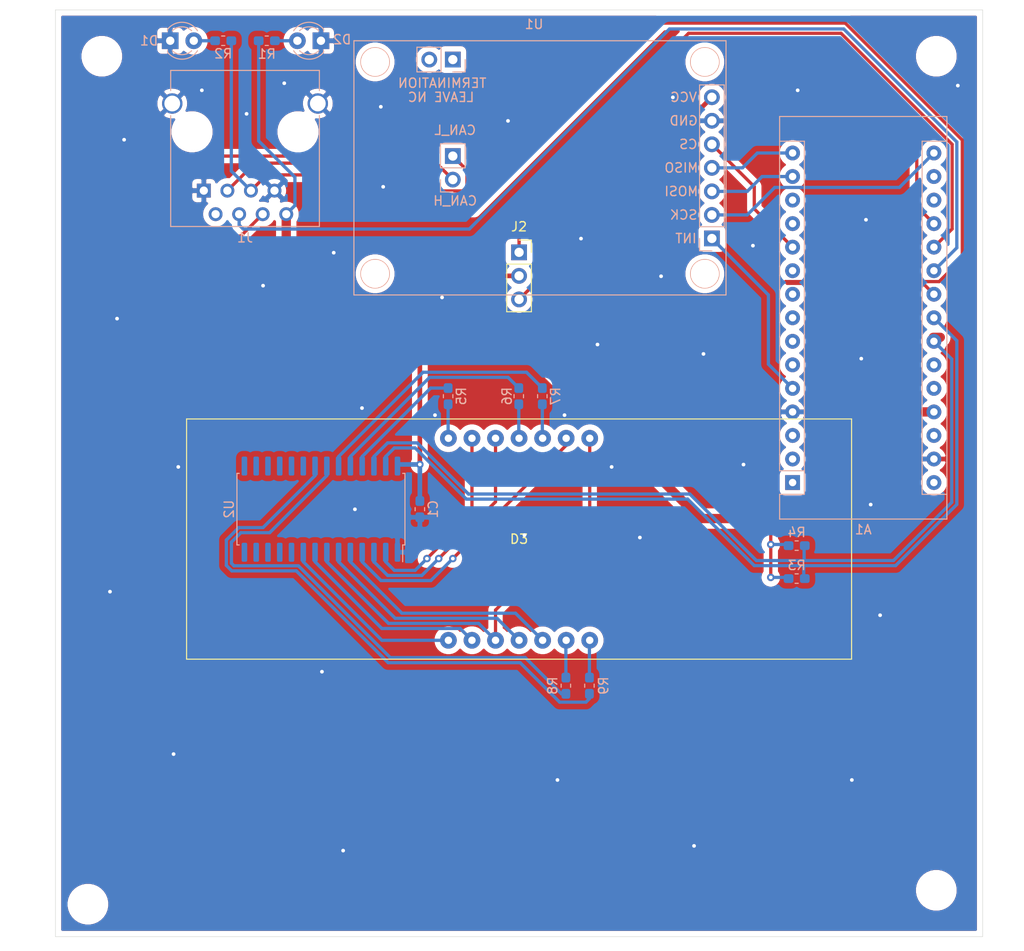
<source format=kicad_pcb>
(kicad_pcb (version 20171130) (host pcbnew "(5.1.5)-3")
  (layers (0 F.Cu signal) (31 B.Cu signal) (34 B.Paste user) (35 F.Paste user) (36 B.SilkS user) (37 F.SilkS user) (38 B.Mask user) (39 F.Mask user) (44 Edge.Cuts user))
  (net 0 "")
  (net 1 "Net-(D1-Pad2)")
  (net 2 "Net-(J1-Pad3)")
  (net 3 SCK)
  (net 4 MISO)
  (net 5 "Net-(A1-Pad30)")
  (net 6 MOSI)
  (net 7 GND)
  (net 8 D10)
  (net 9 "Net-(A1-Pad28)")
  (net 10 D9)
  (net 11 VCC)
  (net 12 "Net-(A1-Pad11)")
  (net 13 A7)
  (net 14 D7)
  (net 15 A6)
  (net 16 D6)
  (net 17 A5_SCL)
  (net 18 D5)
  (net 19 A4_SDA)
  (net 20 D4)
  (net 21 MODULE_ENABLE)
  (net 22 D3)
  (net 23 MODULE_READY)
  (net 24 "Net-(A1-Pad5)")
  (net 25 A1)
  (net 26 A0)
  (net 27 "Net-(A1-Pad3)")
  (net 28 "Net-(A1-Pad18)")
  (net 29 "Net-(A1-Pad2)")
  (net 30 "Net-(A1-Pad17)")
  (net 31 "Net-(A1-Pad1)")
  (net 32 "Net-(J1-Pad6)")
  (net 33 +12V)
  (net 34 "Net-(R5-Pad2)")
  (net 35 "Net-(R6-Pad2)")
  (net 36 "Net-(R7-Pad2)")
  (net 37 "Net-(R8-Pad2)")
  (net 38 "Net-(R9-Pad2)")
  (net 39 "Net-(U1-PadJ1_1)")
  (net 40 "Net-(U1-PadJ1_2)")
  (net 41 "Net-(U2-Pad20)")
  (net 42 "Net-(U2-Pad19)")
  (net 43 "Net-(U2-Pad18)")
  (net 44 "Net-(U2-Pad17)")
  (net 45 "Net-(U2-Pad16)")
  (net 46 "Net-(U2-Pad15)")
  (net 47 "Net-(U2-Pad14)")
  (net 48 "Net-(U2-Pad13)")
  (net 49 "Net-(U2-Pad12)")
  (net 50 "Net-(U2-Pad11)")
  (net 51 "Net-(U2-Pad10)")
  (net 52 "Net-(D2-Pad2)")
  (net 53 "Net-(D3-Pad7)")
  (net 54 "Net-(D3-Pad3)")
  (net 55 "Net-(D3-Pad6)")
  (net 56 "Net-(D3-Pad9)")
  (net 57 "Net-(D3-Pad5)")
  (net 58 "Net-(D3-Pad10)")
  (net 59 "Net-(D3-Pad4)")
  (net 60 "Net-(D3-Pad11)")
  (net 61 "Net-(D3-Pad12)")
  (net 62 "Net-(D3-Pad2)")
  (net 63 "Net-(D3-Pad13)")
  (net 64 "Net-(D3-Pad1)")
  (net 65 "Net-(D3-Pad14)")
  (module ProjectDisplays:8402BS (layer F.Cu) (at 100 107.1)
    (fp_text reference D3 (at 0 0) (layer F.SilkS))
    (fp_text value 8402BS)
    (fp_line (start -35.86 12.96) (end -35.86 -12.96) (layer F.SilkS) (width 0.12))
    (fp_line (start -35.86 -12.96) (end 35.86 -12.96) (layer F.SilkS) (width 0.12))
    (fp_line (start 35.86 -12.96) (end 35.86 12.96) (layer F.SilkS) (width 0.12))
    (fp_line (start -35.86 12.96) (end 35.86 12.96) (layer F.SilkS) (width 0.12))
    (pad 7 thru_hole circle (at 7.62 10.922 90) (size 1.8 1.8) (drill 0.8) (layers *.Cu *.Mask) (net 53 "Net-(D3-Pad7)"))
    (pad 8 thru_hole circle (at 7.62 -10.878 90) (size 1.8 1.8) (drill 0.8) (layers *.Cu *.Mask) (net 54 "Net-(D3-Pad3)"))
    (pad 6 thru_hole circle (at 5.08 10.922 90) (size 1.8 1.8) (drill 0.8) (layers *.Cu *.Mask) (net 55 "Net-(D3-Pad6)"))
    (pad 9 thru_hole circle (at 5.08 -10.878 90) (size 1.8 1.8) (drill 0.8) (layers *.Cu *.Mask) (net 56 "Net-(D3-Pad9)"))
    (pad 5 thru_hole circle (at 2.54 10.922 90) (size 1.8 1.8) (drill 0.8) (layers *.Cu *.Mask) (net 57 "Net-(D3-Pad5)"))
    (pad 10 thru_hole circle (at 2.54 -10.878 90) (size 1.8 1.8) (drill 0.8) (layers *.Cu *.Mask) (net 58 "Net-(D3-Pad10)"))
    (pad 4 thru_hole circle (at 0 10.922 90) (size 1.8 1.8) (drill 0.8) (layers *.Cu *.Mask) (net 59 "Net-(D3-Pad4)"))
    (pad 11 thru_hole circle (at 0 -10.878 90) (size 1.8 1.8) (drill 0.8) (layers *.Cu *.Mask) (net 60 "Net-(D3-Pad11)"))
    (pad 3 thru_hole circle (at -2.54 10.922 90) (size 1.8 1.8) (drill 0.8) (layers *.Cu *.Mask) (net 54 "Net-(D3-Pad3)"))
    (pad 12 thru_hole circle (at -2.54 -10.878 90) (size 1.8 1.8) (drill 0.8) (layers *.Cu *.Mask) (net 61 "Net-(D3-Pad12)"))
    (pad 2 thru_hole circle (at -5.08 10.922 90) (size 1.8 1.8) (drill 0.8) (layers *.Cu *.Mask) (net 62 "Net-(D3-Pad2)"))
    (pad 13 thru_hole circle (at -5.08 -10.878 90) (size 1.8 1.8) (drill 0.8) (layers *.Cu *.Mask) (net 63 "Net-(D3-Pad13)"))
    (pad 1 thru_hole circle (at -7.62 10.922 90) (size 1.8 1.8) (drill 0.8) (layers *.Cu *.Mask Eco1.User) (net 64 "Net-(D3-Pad1)"))
    (pad 14 thru_hole circle (at -7.62 -10.878 90) (size 1.8 1.8) (drill 0.8) (layers *.Cu *.Mask) (net 65 "Net-(D3-Pad14)"))
  )
  (module WAVGAT_CAN:WAVGAT_CAN (layer B.Cu) (at 112.16 50.278 180)
    (fp_text reference U1 (at 10.541 -1.27) (layer B.SilkS) (effects (justify mirror)))
    (fp_text value WAVGAT_CAN)
    (fp_line (start -10.16 -30.48) (end -10.16 -3.048) (layer B.SilkS) (width 0.12))
    (fp_line (start 29.972 -30.48) (end -10.16 -30.48) (layer B.SilkS) (width 0.12))
    (fp_line (start 29.972 -3.048) (end 29.972 -30.48) (layer B.SilkS) (width 0.12))
    (fp_line (start -10.16 -3.048) (end 29.972 -3.048) (layer B.SilkS) (width 0.12))
    (fp_line (start 23.174 -6.41) (end 23.174 -3.75) (layer B.SilkS) (width 0.12))
    (fp_line (start 19.304 -6.41) (end 17.974 -6.41) (layer B.SilkS) (width 0.12))
    (fp_line (start 20.574 -6.41) (end 20.574 -3.75) (layer B.SilkS) (width 0.12))
    (fp_line (start 20.574 -3.75) (end 23.174 -3.75) (layer B.SilkS) (width 0.12))
    (fp_line (start 17.974 -6.41) (end 17.974 -5.08) (layer B.SilkS) (width 0.12))
    (fp_line (start 20.574 -6.41) (end 23.174 -6.41) (layer B.SilkS) (width 0.12))
    (fp_line (start 20.634 -14.164) (end 17.974 -14.164) (layer B.SilkS) (width 0.12))
    (fp_line (start 20.634 -18.034) (end 20.634 -19.364) (layer B.SilkS) (width 0.12))
    (fp_line (start 20.634 -16.764) (end 17.974 -16.764) (layer B.SilkS) (width 0.12))
    (fp_line (start 17.974 -16.764) (end 17.974 -14.164) (layer B.SilkS) (width 0.12))
    (fp_line (start 20.634 -19.364) (end 19.304 -19.364) (layer B.SilkS) (width 0.12))
    (fp_line (start 20.634 -16.764) (end 20.634 -14.164) (layer B.SilkS) (width 0.12))
    (fp_line (start -7.306 -24.384) (end -7.306 -25.714) (layer B.SilkS) (width 0.12))
    (fp_line (start -7.306 -25.714) (end -8.636 -25.714) (layer B.SilkS) (width 0.12))
    (fp_line (start -7.306 -7.814) (end -9.966 -7.814) (layer B.SilkS) (width 0.12))
    (fp_line (start -7.306 -23.114) (end -7.306 -7.814) (layer B.SilkS) (width 0.12))
    (fp_line (start -9.966 -23.114) (end -9.966 -7.814) (layer B.SilkS) (width 0.12))
    (fp_line (start -7.306 -23.114) (end -9.966 -23.114) (layer B.SilkS) (width 0.12))
    (fp_circle (center 27.686 -5.334) (end 27.686 -6.858) (layer B.SilkS) (width 0.15))
    (fp_circle (center 27.686 -28.194) (end 29.21 -28.194) (layer B.SilkS) (width 0.15))
    (fp_circle (center -7.874 -28.194) (end -9.398 -28.194) (layer B.SilkS) (width 0.15))
    (fp_circle (center -7.874 -5.334) (end -9.398 -5.334) (layer B.SilkS) (width 0.15))
    (fp_text user "LEAVE NC" (at 20.574 -9.144) (layer B.SilkS) (effects (justify mirror)))
    (fp_text user INT (at -5.842 -24.384) (layer B.SilkS) (effects (justify mirror)))
    (fp_text user SCK (at -5.588 -21.844) (layer B.SilkS) (effects (justify mirror)))
    (fp_text user MOSI (at -5.334 -19.304) (layer B.SilkS) (effects (justify mirror)))
    (fp_text user MISO (at -5.334 -16.764) (layer B.SilkS) (effects (justify mirror)))
    (fp_text user CS (at -6.096 -14.224) (layer B.SilkS) (effects (justify mirror)))
    (fp_text user GND (at -5.588 -11.684) (layer B.SilkS) (effects (justify mirror)))
    (fp_text user VCC (at -5.588 -9.144) (layer B.SilkS) (effects (justify mirror)))
    (fp_text user CAN_L (at 19.05 -12.7) (layer B.SilkS) (effects (justify mirror)))
    (fp_text user CAN_H (at 19.05 -20.32) (layer B.SilkS) (effects (justify mirror)))
    (fp_text user TERMINATION (at 20.447 -7.62) (layer B.SilkS) (effects (justify mirror)))
    (pad "" np_thru_hole circle (at -7.874 -28.194 180) (size 3 3) (drill 3) (layers *.Cu *.Mask))
    (pad "" np_thru_hole circle (at 27.686 -5.334 180) (size 3 3) (drill 3) (layers *.Cu *.Mask))
    (pad "" np_thru_hole circle (at 27.686 -28.194 180) (size 3 3) (drill 3) (layers *.Cu *.Mask))
    (pad "" np_thru_hole circle (at -7.874 -5.334 180) (size 3 3) (drill 3) (layers *.Cu *.Mask))
    (pad J1_1 thru_hole rect (at 19.304 -5.08 90) (size 1.7 1.7) (drill 1) (layers *.Cu *.Mask) (net 39 "Net-(U1-PadJ1_1)"))
    (pad J1_2 thru_hole oval (at 21.844 -5.08 90) (size 1.7 1.7) (drill 1) (layers *.Cu *.Mask) (net 40 "Net-(U1-PadJ1_2)"))
    (pad J3_2 thru_hole oval (at 19.304 -18.034) (size 1.7 1.7) (drill 1) (layers *.Cu *.Mask) (net 32 "Net-(J1-Pad6)"))
    (pad J3_1 thru_hole rect (at 19.304 -15.494) (size 1.7 1.7) (drill 1) (layers *.Cu *.Mask) (net 2 "Net-(J1-Pad3)"))
    (pad J4_2 thru_hole oval (at -8.636 -21.844) (size 1.7 1.7) (drill 1) (layers *.Cu *.Mask) (net 3 SCK))
    (pad J4_3 thru_hole oval (at -8.636 -19.304) (size 1.7 1.7) (drill 1) (layers *.Cu *.Mask) (net 6 MOSI))
    (pad J4_4 thru_hole oval (at -8.636 -16.764) (size 1.7 1.7) (drill 1) (layers *.Cu *.Mask) (net 4 MISO))
    (pad J4_5 thru_hole oval (at -8.636 -14.224) (size 1.7 1.7) (drill 1) (layers *.Cu *.Mask) (net 12 "Net-(A1-Pad11)"))
    (pad J4_7 thru_hole oval (at -8.636 -9.144) (size 1.7 1.7) (drill 1) (layers *.Cu *.Mask) (net 11 VCC))
    (pad J4_1 thru_hole rect (at -8.636 -24.384) (size 1.7 1.7) (drill 1) (layers *.Cu *.Mask) (net 24 "Net-(A1-Pad5)"))
    (pad J4_6 thru_hole oval (at -8.636 -11.684) (size 1.7 1.7) (drill 1) (layers *.Cu *.Mask) (net 7 GND))
  )
  (module LED_THT:LED_D3.0mm (layer B.Cu) (at 78.632 53.326 180)
    (fp_text reference D2 (at -2.286 0.127) (layer B.SilkS) (effects (justify mirror)))
    (fp_text value LED_Small)
    (fp_line (start -0.29 -1.08) (end -0.29 -1.236) (layer B.SilkS) (width 0.12))
    (fp_line (start -0.29 1.236) (end -0.29 1.08) (layer B.SilkS) (width 0.12))
    (fp_arc (start 1.27 0) (end 0.229039 -1.08) (angle 87.9) (layer B.SilkS) (width 0.12))
    (fp_arc (start 1.27 0) (end 0.229039 1.08) (angle -87.9) (layer B.SilkS) (width 0.12))
    (fp_arc (start 1.27 0) (end -0.29 -1.235516) (angle 108.8) (layer B.SilkS) (width 0.12))
    (fp_arc (start 1.27 0) (end -0.29 1.235516) (angle -108.8) (layer B.SilkS) (width 0.12))
    (pad 2 thru_hole circle (at 2.54 0 180) (size 1.8 1.8) (drill 0.9) (layers *.Cu *.Mask) (net 52 "Net-(D2-Pad2)"))
    (pad 1 thru_hole rect (at 0 0 180) (size 1.8 1.8) (drill 0.9) (layers *.Cu *.Mask) (net 7 GND))
  )
  (module LED_THT:LED_D3.0mm (layer B.Cu) (at 62.376 53.326)
    (fp_text reference D1 (at -2.286 0) (layer B.SilkS) (effects (justify mirror)))
    (fp_text value LED_Small)
    (fp_line (start -0.29 -1.08) (end -0.29 -1.236) (layer B.SilkS) (width 0.12))
    (fp_line (start -0.29 1.236) (end -0.29 1.08) (layer B.SilkS) (width 0.12))
    (fp_arc (start 1.27 0) (end 0.229039 -1.08) (angle 87.9) (layer B.SilkS) (width 0.12))
    (fp_arc (start 1.27 0) (end 0.229039 1.08) (angle -87.9) (layer B.SilkS) (width 0.12))
    (fp_arc (start 1.27 0) (end -0.29 -1.235516) (angle 108.8) (layer B.SilkS) (width 0.12))
    (fp_arc (start 1.27 0) (end -0.29 1.235516) (angle -108.8) (layer B.SilkS) (width 0.12))
    (pad 2 thru_hole circle (at 2.54 0) (size 1.8 1.8) (drill 0.9) (layers *.Cu *.Mask) (net 1 "Net-(D1-Pad2)"))
    (pad 1 thru_hole rect (at 0 0) (size 1.8 1.8) (drill 0.9) (layers *.Cu *.Mask) (net 7 GND))
  )
  (module RJ45_5224:RJ45_5224 (layer B.Cu) (at 66 69.5)
    (fp_text reference J1 (at 4.445 5.08) (layer B.SilkS) (effects (justify mirror)))
    (fp_text value RJ45_Shielded)
    (fp_line (start 12.465 -12.97) (end 12.465 -10.795) (layer B.SilkS) (width 0.12))
    (fp_line (start -3.575 -12.97) (end -3.575 -10.795) (layer B.SilkS) (width 0.12))
    (fp_line (start -3.575 -8.1) (end -3.575 3.87) (layer B.SilkS) (width 0.12))
    (fp_line (start -3.575 -12.97) (end 12.465 -12.97) (layer B.SilkS) (width 0.12))
    (fp_line (start 12.465 3.87) (end 12.465 -8.1) (layer B.SilkS) (width 0.12))
    (fp_line (start -3.575 3.87) (end 12.465 3.87) (layer B.SilkS) (width 0.12))
    (pad 1 thru_hole rect (at 0 0) (size 1.5 1.5) (drill 0.89) (layers *.Cu *.Mask) (net 7 GND))
    (pad 3 thru_hole circle (at 2.54 0) (size 1.5 1.5) (drill 0.89) (layers *.Cu *.Mask) (net 2 "Net-(J1-Pad3)"))
    (pad 5 thru_hole circle (at 5.08 0) (size 1.5 1.5) (drill 0.89) (layers *.Cu *.Mask) (net 21 MODULE_ENABLE))
    (pad 7 thru_hole circle (at 7.62 0) (size 1.5 1.5) (drill 0.89) (layers *.Cu *.Mask) (net 7 GND))
    (pad 2 thru_hole circle (at 1.27 2.54) (size 1.5 1.5) (drill 0.89) (layers *.Cu *.Mask) (net 33 +12V))
    (pad 4 thru_hole circle (at 3.81 2.54) (size 1.5 1.5) (drill 0.89) (layers *.Cu *.Mask) (net 23 MODULE_READY))
    (pad 6 thru_hole circle (at 6.35 2.54) (size 1.5 1.5) (drill 0.89) (layers *.Cu *.Mask) (net 32 "Net-(J1-Pad6)"))
    (pad 8 thru_hole circle (at 8.89 2.54) (size 1.5 1.5) (drill 0.89) (layers *.Cu *.Mask) (net 11 VCC))
    (pad "" np_thru_hole circle (at -1.27 -6.35) (size 3.25 3.25) (drill 3.25) (layers *.Cu *.Mask))
    (pad "" np_thru_hole circle (at 10.16 -6.35) (size 3.25 3.25) (drill 3.25) (layers *.Cu *.Mask))
    (pad SH thru_hole circle (at 12.295 -9.4) (size 2.2 2.2) (drill 1.7) (layers *.Cu *.Mask) (net 7 GND))
    (pad SH thru_hole circle (at -3.405 -9.4) (size 2.2 2.2) (drill 1.7) (layers *.Cu *.Mask) (net 7 GND))
  )
  (module MountingHole:MountingHole_3.2mm_M3 (layer F.Cu) (at 55 55)
    (fp_text reference REF** hide)
    (fp_text value MountingHole_3.2mm_M3)
    (pad 1 np_thru_hole circle (at 0 0) (size 3.2 3.2) (drill 3.2) (layers *.Cu *.Mask))
  )
  (module MountingHole:MountingHole_3.2mm_M3 (layer F.Cu) (at 145 55)
    (fp_text reference REF** hide)
    (fp_text value MountingHole_3.2mm_M3)
    (pad 1 np_thru_hole circle (at 0 0) (size 3.2 3.2) (drill 3.2) (layers *.Cu *.Mask))
  )
  (module MountingHole:MountingHole_3.2mm_M3 (layer F.Cu) (at 145 145)
    (fp_text reference REF** hide)
    (fp_text value MountingHole_3.2mm_M3)
    (pad 1 np_thru_hole circle (at 0 0) (size 3.2 3.2) (drill 3.2) (layers *.Cu *.Mask))
  )
  (module MountingHole:MountingHole_3.2mm_M3 (layer F.Cu) (at 53.5 146.5)
    (fp_text reference REF** hide)
    (fp_text value MountingHole_3.2mm_M3)
    (pad 1 np_thru_hole circle (at 0 0) (size 3.2 3.2) (drill 3.2) (layers *.Cu *.Mask))
  )
  (module Resistor_SMD:R_0603_1608Metric_Pad1.05x0.95mm_HandSolder (layer B.Cu) (at 107.588 122.922 270)
    (fp_text reference R9 (at 0 -1.524 270) (layer B.SilkS) (effects (justify mirror)))
    (fp_text value 100)
    (fp_line (start -0.171267 -0.51) (end 0.171267 -0.51) (layer B.SilkS) (width 0.12))
    (fp_line (start -0.171267 0.51) (end 0.171267 0.51) (layer B.SilkS) (width 0.12))
    (pad 2 smd roundrect (at 0.875 0 270) (size 1.05 0.95) (layers B.Cu B.Paste B.Mask) (net 38 "Net-(R9-Pad2)"))
    (pad 1 smd roundrect (at -0.875 0 270) (size 1.05 0.95) (layers B.Cu B.Paste B.Mask) (net 53 "Net-(D3-Pad7)"))
  )
  (module Package_SO:SOIC-28W_7.5x17.9mm_P1.27mm (layer B.Cu) (at 78.632 103.872 90)
    (fp_text reference U2 (at 0 -9.906 270) (layer B.SilkS) (effects (justify mirror)))
    (fp_text value HT16K33)
    (fp_line (start -3.86 8.815) (end -5.675 8.815) (layer B.SilkS) (width 0.12))
    (fp_line (start -3.86 9.06) (end -3.86 8.815) (layer B.SilkS) (width 0.12))
    (fp_line (start 0 9.06) (end -3.86 9.06) (layer B.SilkS) (width 0.12))
    (fp_line (start 3.86 9.06) (end 3.86 8.815) (layer B.SilkS) (width 0.12))
    (fp_line (start 0 9.06) (end 3.86 9.06) (layer B.SilkS) (width 0.12))
    (fp_line (start -3.86 -9.06) (end -3.86 -8.815) (layer B.SilkS) (width 0.12))
    (fp_line (start 0 -9.06) (end -3.86 -9.06) (layer B.SilkS) (width 0.12))
    (fp_line (start 3.86 -9.06) (end 3.86 -8.815) (layer B.SilkS) (width 0.12))
    (fp_line (start 0 -9.06) (end 3.86 -9.06) (layer B.SilkS) (width 0.12))
    (pad 28 smd roundrect (at 4.65 8.255 90) (size 2.05 0.6) (layers B.Cu B.Paste B.Mask) (net 11 VCC))
    (pad 27 smd roundrect (at 4.65 6.985 90) (size 2.05 0.6) (layers B.Cu B.Paste B.Mask) (net 19 A4_SDA))
    (pad 26 smd roundrect (at 4.65 5.715 90) (size 2.05 0.6) (layers B.Cu B.Paste B.Mask) (net 17 A5_SCL))
    (pad 25 smd roundrect (at 4.65 4.445 90) (size 2.05 0.6) (layers B.Cu B.Paste B.Mask) (net 34 "Net-(R5-Pad2)"))
    (pad 24 smd roundrect (at 4.65 3.175 90) (size 2.05 0.6) (layers B.Cu B.Paste B.Mask) (net 35 "Net-(R6-Pad2)"))
    (pad 23 smd roundrect (at 4.65 1.905 90) (size 2.05 0.6) (layers B.Cu B.Paste B.Mask) (net 36 "Net-(R7-Pad2)"))
    (pad 22 smd roundrect (at 4.65 0.635 90) (size 2.05 0.6) (layers B.Cu B.Paste B.Mask) (net 37 "Net-(R8-Pad2)"))
    (pad 21 smd roundrect (at 4.65 -0.635 90) (size 2.05 0.6) (layers B.Cu B.Paste B.Mask) (net 38 "Net-(R9-Pad2)"))
    (pad 20 smd roundrect (at 4.65 -1.905 90) (size 2.05 0.6) (layers B.Cu B.Paste B.Mask) (net 41 "Net-(U2-Pad20)"))
    (pad 19 smd roundrect (at 4.65 -3.175 90) (size 2.05 0.6) (layers B.Cu B.Paste B.Mask) (net 42 "Net-(U2-Pad19)"))
    (pad 18 smd roundrect (at 4.65 -4.445 90) (size 2.05 0.6) (layers B.Cu B.Paste B.Mask) (net 43 "Net-(U2-Pad18)"))
    (pad 17 smd roundrect (at 4.65 -5.715 90) (size 2.05 0.6) (layers B.Cu B.Paste B.Mask) (net 44 "Net-(U2-Pad17)"))
    (pad 16 smd roundrect (at 4.65 -6.985 90) (size 2.05 0.6) (layers B.Cu B.Paste B.Mask) (net 45 "Net-(U2-Pad16)"))
    (pad 15 smd roundrect (at 4.65 -8.255 90) (size 2.05 0.6) (layers B.Cu B.Paste B.Mask) (net 46 "Net-(U2-Pad15)"))
    (pad 14 smd roundrect (at -4.65 -8.255 90) (size 2.05 0.6) (layers B.Cu B.Paste B.Mask) (net 47 "Net-(U2-Pad14)"))
    (pad 13 smd roundrect (at -4.65 -6.985 90) (size 2.05 0.6) (layers B.Cu B.Paste B.Mask) (net 48 "Net-(U2-Pad13)"))
    (pad 12 smd roundrect (at -4.65 -5.715 90) (size 2.05 0.6) (layers B.Cu B.Paste B.Mask) (net 49 "Net-(U2-Pad12)"))
    (pad 11 smd roundrect (at -4.65 -4.445 90) (size 2.05 0.6) (layers B.Cu B.Paste B.Mask) (net 50 "Net-(U2-Pad11)"))
    (pad 10 smd roundrect (at -4.65 -3.175 90) (size 2.05 0.6) (layers B.Cu B.Paste B.Mask) (net 51 "Net-(U2-Pad10)"))
    (pad 9 smd roundrect (at -4.65 -1.905 90) (size 2.05 0.6) (layers B.Cu B.Paste B.Mask) (net 64 "Net-(D3-Pad1)"))
    (pad 8 smd roundrect (at -4.65 -0.635 90) (size 2.05 0.6) (layers B.Cu B.Paste B.Mask) (net 62 "Net-(D3-Pad2)"))
    (pad 7 smd roundrect (at -4.65 0.635 90) (size 2.05 0.6) (layers B.Cu B.Paste B.Mask) (net 54 "Net-(D3-Pad3)"))
    (pad 6 smd roundrect (at -4.65 1.905 90) (size 2.05 0.6) (layers B.Cu B.Paste B.Mask) (net 59 "Net-(D3-Pad4)"))
    (pad 5 smd roundrect (at -4.65 3.175 90) (size 2.05 0.6) (layers B.Cu B.Paste B.Mask) (net 57 "Net-(D3-Pad5)"))
    (pad 4 smd roundrect (at -4.65 4.445 90) (size 2.05 0.6) (layers B.Cu B.Paste B.Mask) (net 56 "Net-(D3-Pad9)"))
    (pad 3 smd roundrect (at -4.65 5.715 90) (size 2.05 0.6) (layers B.Cu B.Paste B.Mask) (net 61 "Net-(D3-Pad12)"))
    (pad 2 smd roundrect (at -4.65 6.985 90) (size 2.05 0.6) (layers B.Cu B.Paste B.Mask) (net 63 "Net-(D3-Pad13)"))
    (pad 1 smd roundrect (at -4.65 8.255 90) (size 2.05 0.6) (layers B.Cu B.Paste B.Mask) (net 7 GND))
  )
  (module Resistor_SMD:R_0603_1608Metric_Pad1.05x0.95mm_HandSolder (layer B.Cu) (at 105.048 122.922 270)
    (fp_text reference R8 (at 0 1.43 270) (layer B.SilkS) (effects (justify mirror)))
    (fp_text value 100)
    (fp_line (start -0.171267 -0.51) (end 0.171267 -0.51) (layer B.SilkS) (width 0.12))
    (fp_line (start -0.171267 0.51) (end 0.171267 0.51) (layer B.SilkS) (width 0.12))
    (pad 2 smd roundrect (at 0.875 0 270) (size 1.05 0.95) (layers B.Cu B.Paste B.Mask) (net 37 "Net-(R8-Pad2)"))
    (pad 1 smd roundrect (at -0.875 0 270) (size 1.05 0.95) (layers B.Cu B.Paste B.Mask) (net 55 "Net-(D3-Pad6)"))
  )
  (module Resistor_SMD:R_0603_1608Metric_Pad1.05x0.95mm_HandSolder (layer B.Cu) (at 102.508 91.68 90)
    (fp_text reference R7 (at 0 1.43 270) (layer B.SilkS) (effects (justify mirror)))
    (fp_text value 100)
    (fp_line (start -0.171267 -0.51) (end 0.171267 -0.51) (layer B.SilkS) (width 0.12))
    (fp_line (start -0.171267 0.51) (end 0.171267 0.51) (layer B.SilkS) (width 0.12))
    (pad 2 smd roundrect (at 0.875 0 90) (size 1.05 0.95) (layers B.Cu B.Paste B.Mask) (net 36 "Net-(R7-Pad2)"))
    (pad 1 smd roundrect (at -0.875 0 90) (size 1.05 0.95) (layers B.Cu B.Paste B.Mask) (net 58 "Net-(D3-Pad10)"))
  )
  (module Resistor_SMD:R_0603_1608Metric_Pad1.05x0.95mm_HandSolder (layer B.Cu) (at 99.968 91.68 90)
    (fp_text reference R6 (at 0 -1.27 270) (layer B.SilkS) (effects (justify mirror)))
    (fp_text value 100)
    (fp_line (start -0.171267 -0.51) (end 0.171267 -0.51) (layer B.SilkS) (width 0.12))
    (fp_line (start -0.171267 0.51) (end 0.171267 0.51) (layer B.SilkS) (width 0.12))
    (pad 2 smd roundrect (at 0.875 0 90) (size 1.05 0.95) (layers B.Cu B.Paste B.Mask) (net 35 "Net-(R6-Pad2)"))
    (pad 1 smd roundrect (at -0.875 0 90) (size 1.05 0.95) (layers B.Cu B.Paste B.Mask) (net 60 "Net-(D3-Pad11)"))
  )
  (module Resistor_SMD:R_0603_1608Metric_Pad1.05x0.95mm_HandSolder (layer B.Cu) (at 92.348 91.68 90)
    (fp_text reference R5 (at 0 1.43 270) (layer B.SilkS) (effects (justify mirror)))
    (fp_text value 100)
    (fp_line (start -0.171267 -0.51) (end 0.171267 -0.51) (layer B.SilkS) (width 0.12))
    (fp_line (start -0.171267 0.51) (end 0.171267 0.51) (layer B.SilkS) (width 0.12))
    (pad 2 smd roundrect (at 0.875 0 90) (size 1.05 0.95) (layers B.Cu B.Paste B.Mask) (net 34 "Net-(R5-Pad2)"))
    (pad 1 smd roundrect (at -0.875 0 90) (size 1.05 0.95) (layers B.Cu B.Paste B.Mask) (net 65 "Net-(D3-Pad14)"))
  )
  (module Resistor_SMD:R_0603_1608Metric_Pad1.05x0.95mm_HandSolder (layer B.Cu) (at 129.94 107.808 180)
    (fp_text reference R4 (at 0 1.43) (layer B.SilkS) (effects (justify mirror)))
    (fp_text value 4K7)
    (fp_line (start -0.171267 -0.51) (end 0.171267 -0.51) (layer B.SilkS) (width 0.12))
    (fp_line (start -0.171267 0.51) (end 0.171267 0.51) (layer B.SilkS) (width 0.12))
    (pad 2 smd roundrect (at 0.875 0 180) (size 1.05 0.95) (layers B.Cu B.Paste B.Mask) (net 11 VCC))
    (pad 1 smd roundrect (at -0.875 0 180) (size 1.05 0.95) (layers B.Cu B.Paste B.Mask) (net 17 A5_SCL))
  )
  (module Resistor_SMD:R_0603_1608Metric_Pad1.05x0.95mm_HandSolder (layer B.Cu) (at 129.94 111.364 180)
    (fp_text reference R3 (at 0 1.43) (layer B.SilkS) (effects (justify mirror)))
    (fp_text value 4K7)
    (fp_line (start -0.171267 -0.51) (end 0.171267 -0.51) (layer B.SilkS) (width 0.12))
    (fp_line (start -0.171267 0.51) (end 0.171267 0.51) (layer B.SilkS) (width 0.12))
    (pad 2 smd roundrect (at 0.875 0 180) (size 1.05 0.95) (layers B.Cu B.Paste B.Mask) (net 11 VCC))
    (pad 1 smd roundrect (at -0.875 0 180) (size 1.05 0.95) (layers B.Cu B.Paste B.Mask) (net 19 A4_SDA))
  )
  (module Resistor_SMD:R_0603_1608Metric_Pad1.05x0.95mm_HandSolder (layer B.Cu) (at 68.091 53.326)
    (fp_text reference R2 (at 0 1.397) (layer B.SilkS) (effects (justify mirror)))
    (fp_text value 560R)
    (fp_line (start -0.171267 -0.51) (end 0.171267 -0.51) (layer B.SilkS) (width 0.12))
    (fp_line (start -0.171267 0.51) (end 0.171267 0.51) (layer B.SilkS) (width 0.12))
    (pad 2 smd roundrect (at 0.875 0) (size 1.05 0.95) (layers B.Cu B.Paste B.Mask) (net 21 MODULE_ENABLE))
    (pad 1 smd roundrect (at -0.875 0) (size 1.05 0.95) (layers B.Cu B.Paste B.Mask) (net 1 "Net-(D1-Pad2)"))
  )
  (module Resistor_SMD:R_0603_1608Metric_Pad1.05x0.95mm_HandSolder (layer B.Cu) (at 72.79 53.326)
    (fp_text reference R1 (at 0 1.43 180) (layer B.SilkS) (effects (justify mirror)))
    (fp_text value 560R)
    (fp_line (start -0.171267 -0.51) (end 0.171267 -0.51) (layer B.SilkS) (width 0.12))
    (fp_line (start -0.171267 0.51) (end 0.171267 0.51) (layer B.SilkS) (width 0.12))
    (pad 2 smd roundrect (at 0.875 0) (size 1.05 0.95) (layers B.Cu B.Paste B.Mask) (net 52 "Net-(D2-Pad2)"))
    (pad 1 smd roundrect (at -0.875 0) (size 1.05 0.95) (layers B.Cu B.Paste B.Mask) (net 11 VCC))
  )
  (module Connector_PinSocket_2.54mm:PinSocket_1x03_P2.54mm_Vertical (layer F.Cu) (at 100 76.16)
    (fp_text reference J2 (at 0 -2.77) (layer F.SilkS))
    (fp_text value Conn_01x03_Female)
    (fp_line (start 0 -1.33) (end 1.33 -1.33) (layer F.SilkS) (width 0.12))
    (fp_line (start 1.33 -1.33) (end 1.33 0) (layer F.SilkS) (width 0.12))
    (fp_line (start 1.33 1.27) (end 1.33 6.41) (layer F.SilkS) (width 0.12))
    (fp_line (start -1.33 6.41) (end 1.33 6.41) (layer F.SilkS) (width 0.12))
    (fp_line (start -1.33 1.27) (end -1.33 6.41) (layer F.SilkS) (width 0.12))
    (fp_line (start -1.33 1.27) (end 1.33 1.27) (layer F.SilkS) (width 0.12))
    (pad 3 thru_hole oval (at 0 5.08) (size 1.7 1.7) (drill 1) (layers *.Cu *.Mask) (net 26 A0))
    (pad 2 thru_hole oval (at 0 2.54) (size 1.7 1.7) (drill 1) (layers *.Cu *.Mask) (net 11 VCC))
    (pad 1 thru_hole rect (at 0 0) (size 1.7 1.7) (drill 1) (layers *.Cu *.Mask) (net 25 A1))
  )
  (module Capacitor_SMD:C_0603_1608Metric_Pad1.05x0.95mm_HandSolder (layer B.Cu) (at 89.3 103.872 90)
    (fp_text reference C1 (at 0 1.43 270) (layer B.SilkS) (effects (justify mirror)))
    (fp_text value 0.1uF)
    (fp_line (start -0.171267 -0.51) (end 0.171267 -0.51) (layer B.SilkS) (width 0.12))
    (fp_line (start -0.171267 0.51) (end 0.171267 0.51) (layer B.SilkS) (width 0.12))
    (pad 2 smd roundrect (at 0.875 0 90) (size 1.05 0.95) (layers B.Cu B.Paste B.Mask) (net 11 VCC))
    (pad 1 smd roundrect (at -0.875 0 90) (size 1.05 0.95) (layers B.Cu B.Paste B.Mask) (net 7 GND))
  )
  (module Module:Arduino_Nano (layer B.Cu) (at 129.5 101)
    (fp_text reference A1 (at 7.62 5.08) (layer B.SilkS) (effects (justify mirror)))
    (fp_text value Arduino_Nano_v3.x)
    (fp_line (start 16.64 3.94) (end -1.4 3.94) (layer B.SilkS) (width 0.12))
    (fp_line (start 16.64 -39.5) (end 16.64 3.94) (layer B.SilkS) (width 0.12))
    (fp_line (start -1.4 -39.5) (end 16.64 -39.5) (layer B.SilkS) (width 0.12))
    (fp_line (start 1.27 -36.83) (end -1.4 -36.83) (layer B.SilkS) (width 0.12))
    (fp_line (start 1.27 -1.27) (end 1.27 -36.83) (layer B.SilkS) (width 0.12))
    (fp_line (start 1.27 -1.27) (end -1.4 -1.27) (layer B.SilkS) (width 0.12))
    (fp_line (start 13.97 -36.83) (end 16.64 -36.83) (layer B.SilkS) (width 0.12))
    (fp_line (start 13.97 1.27) (end 13.97 -36.83) (layer B.SilkS) (width 0.12))
    (fp_line (start 13.97 1.27) (end 16.64 1.27) (layer B.SilkS) (width 0.12))
    (fp_line (start -1.4 3.94) (end -1.4 1.27) (layer B.SilkS) (width 0.12))
    (fp_line (start -1.4 -1.27) (end -1.4 -39.5) (layer B.SilkS) (width 0.12))
    (fp_line (start 1.27 1.27) (end -1.4 1.27) (layer B.SilkS) (width 0.12))
    (fp_line (start 1.27 -1.27) (end 1.27 1.27) (layer B.SilkS) (width 0.12))
    (pad 16 thru_hole oval (at 15.24 -35.56) (size 1.6 1.6) (drill 0.8) (layers *.Cu *.Mask) (net 3 SCK))
    (pad 15 thru_hole oval (at 0 -35.56) (size 1.6 1.6) (drill 0.8) (layers *.Cu *.Mask) (net 4 MISO))
    (pad 30 thru_hole oval (at 15.24 0) (size 1.6 1.6) (drill 0.8) (layers *.Cu *.Mask) (net 5 "Net-(A1-Pad30)"))
    (pad 14 thru_hole oval (at 0 -33.02) (size 1.6 1.6) (drill 0.8) (layers *.Cu *.Mask) (net 6 MOSI))
    (pad 29 thru_hole oval (at 15.24 -2.54) (size 1.6 1.6) (drill 0.8) (layers *.Cu *.Mask) (net 7 GND))
    (pad 13 thru_hole oval (at 0 -30.48) (size 1.6 1.6) (drill 0.8) (layers *.Cu *.Mask) (net 8 D10))
    (pad 28 thru_hole oval (at 15.24 -5.08) (size 1.6 1.6) (drill 0.8) (layers *.Cu *.Mask) (net 9 "Net-(A1-Pad28)"))
    (pad 12 thru_hole oval (at 0 -27.94) (size 1.6 1.6) (drill 0.8) (layers *.Cu *.Mask) (net 10 D9))
    (pad 27 thru_hole oval (at 15.24 -7.62) (size 1.6 1.6) (drill 0.8) (layers *.Cu *.Mask) (net 11 VCC))
    (pad 11 thru_hole oval (at 0 -25.4) (size 1.6 1.6) (drill 0.8) (layers *.Cu *.Mask) (net 12 "Net-(A1-Pad11)"))
    (pad 26 thru_hole oval (at 15.24 -10.16) (size 1.6 1.6) (drill 0.8) (layers *.Cu *.Mask) (net 13 A7))
    (pad 10 thru_hole oval (at 0 -22.86) (size 1.6 1.6) (drill 0.8) (layers *.Cu *.Mask) (net 14 D7))
    (pad 25 thru_hole oval (at 15.24 -12.7) (size 1.6 1.6) (drill 0.8) (layers *.Cu *.Mask) (net 15 A6))
    (pad 9 thru_hole oval (at 0 -20.32) (size 1.6 1.6) (drill 0.8) (layers *.Cu *.Mask) (net 16 D6))
    (pad 24 thru_hole oval (at 15.24 -15.24) (size 1.6 1.6) (drill 0.8) (layers *.Cu *.Mask) (net 17 A5_SCL))
    (pad 8 thru_hole oval (at 0 -17.78) (size 1.6 1.6) (drill 0.8) (layers *.Cu *.Mask) (net 18 D5))
    (pad 23 thru_hole oval (at 15.24 -17.78) (size 1.6 1.6) (drill 0.8) (layers *.Cu *.Mask) (net 19 A4_SDA))
    (pad 7 thru_hole oval (at 0 -15.24) (size 1.6 1.6) (drill 0.8) (layers *.Cu *.Mask) (net 20 D4))
    (pad 22 thru_hole oval (at 15.24 -20.32) (size 1.6 1.6) (drill 0.8) (layers *.Cu *.Mask) (net 21 MODULE_ENABLE))
    (pad 6 thru_hole oval (at 0 -12.7) (size 1.6 1.6) (drill 0.8) (layers *.Cu *.Mask) (net 22 D3))
    (pad 21 thru_hole oval (at 15.24 -22.86) (size 1.6 1.6) (drill 0.8) (layers *.Cu *.Mask) (net 23 MODULE_READY))
    (pad 5 thru_hole oval (at 0 -10.16) (size 1.6 1.6) (drill 0.8) (layers *.Cu *.Mask) (net 24 "Net-(A1-Pad5)"))
    (pad 20 thru_hole oval (at 15.24 -25.4) (size 1.6 1.6) (drill 0.8) (layers *.Cu *.Mask) (net 25 A1))
    (pad 4 thru_hole oval (at 0 -7.62) (size 1.6 1.6) (drill 0.8) (layers *.Cu *.Mask) (net 7 GND))
    (pad 19 thru_hole oval (at 15.24 -27.94) (size 1.6 1.6) (drill 0.8) (layers *.Cu *.Mask) (net 26 A0))
    (pad 3 thru_hole oval (at 0 -5.08) (size 1.6 1.6) (drill 0.8) (layers *.Cu *.Mask) (net 27 "Net-(A1-Pad3)"))
    (pad 18 thru_hole oval (at 15.24 -30.48) (size 1.6 1.6) (drill 0.8) (layers *.Cu *.Mask) (net 28 "Net-(A1-Pad18)"))
    (pad 2 thru_hole oval (at 0 -2.54) (size 1.6 1.6) (drill 0.8) (layers *.Cu *.Mask) (net 29 "Net-(A1-Pad2)"))
    (pad 17 thru_hole oval (at 15.24 -33.02) (size 1.6 1.6) (drill 0.8) (layers *.Cu *.Mask) (net 30 "Net-(A1-Pad17)"))
    (pad 1 thru_hole rect (at 0 0) (size 1.6 1.6) (drill 0.8) (layers *.Cu *.Mask) (net 31 "Net-(A1-Pad1)"))
  )
  (gr_line (start 50 150) (end 50 50) (layer Edge.Cuts) (width 0.05))
  (gr_line (start 150 150) (end 50 150) (layer Edge.Cuts) (width 0.05))
  (gr_line (start 150 50) (end 150 150) (layer Edge.Cuts) (width 0.05))
  (gr_line (start 50 50) (end 150 50) (layer Edge.Cuts) (width 0.05))
  (segment (start 64.916 53.326) (end 67.216 53.326) (width 0.35) (layer B.Cu) (net 1))
  (segment (start 68.54 69.5) (end 71.506 66.534) (width 0.35) (layer F.Cu) (net 2))
  (segment (start 71.506 66.534) (end 88.538 66.534) (width 0.35) (layer F.Cu) (net 2))
  (segment (start 91.541001 69.537001) (end 93.916999 69.537001) (width 0.35) (layer F.Cu) (net 2))
  (segment (start 88.538 66.534) (end 91.541001 69.537001) (width 0.35) (layer F.Cu) (net 2))
  (segment (start 93.916999 69.537001) (end 94.38 69.074) (width 0.35) (layer F.Cu) (net 2))
  (segment (start 94.38 67.296) (end 92.856 65.772) (width 0.35) (layer F.Cu) (net 2))
  (segment (start 94.38 69.074) (end 94.38 67.296) (width 0.35) (layer F.Cu) (net 2))
  (segment (start 120.796 72.122) (end 124.606 72.122) (width 0.35) (layer B.Cu) (net 3))
  (segment (start 141.024999 69.155001) (end 144.74 65.44) (width 0.35) (layer B.Cu) (net 3))
  (segment (start 127.572999 69.155001) (end 141.024999 69.155001) (width 0.35) (layer B.Cu) (net 3))
  (segment (start 124.606 72.122) (end 127.572999 69.155001) (width 0.35) (layer B.Cu) (net 3))
  (segment (start 120.796 67.042) (end 124.098 67.042) (width 0.35) (layer B.Cu) (net 4))
  (segment (start 125.7 65.44) (end 129.5 65.44) (width 0.35) (layer B.Cu) (net 4))
  (segment (start 124.098 67.042) (end 125.7 65.44) (width 0.35) (layer B.Cu) (net 4))
  (segment (start 120.796 69.582) (end 124.606 69.582) (width 0.35) (layer B.Cu) (net 6))
  (segment (start 126.208 67.98) (end 129.5 67.98) (width 0.35) (layer B.Cu) (net 6))
  (segment (start 124.606 69.582) (end 126.208 67.98) (width 0.35) (layer B.Cu) (net 6))
  (via (at 70.612 61.214) (size 0.8) (drill 0.4) (layers F.Cu B.Cu) (net 7))
  (via (at 65.786 58.674) (size 0.8) (drill 0.4) (layers F.Cu B.Cu) (net 7))
  (via (at 74.676 57.912) (size 0.8) (drill 0.4) (layers F.Cu B.Cu) (net 7))
  (via (at 85.344 69.088) (size 0.8) (drill 0.4) (layers F.Cu B.Cu) (net 7))
  (via (at 98.806 61.976) (size 0.8) (drill 0.4) (layers F.Cu B.Cu) (net 7))
  (via (at 85.09 60.452) (size 0.8) (drill 0.4) (layers F.Cu B.Cu) (net 7))
  (via (at 116.586 59.436) (size 0.8) (drill 0.4) (layers F.Cu B.Cu) (net 7))
  (via (at 106.68 74.676) (size 0.8) (drill 0.4) (layers F.Cu B.Cu) (net 7))
  (via (at 91.694 81.026) (size 0.8) (drill 0.4) (layers F.Cu B.Cu) (net 7))
  (via (at 80.01 76.2) (size 0.8) (drill 0.4) (layers F.Cu B.Cu) (net 7))
  (via (at 72.39 79.756) (size 0.8) (drill 0.4) (layers F.Cu B.Cu) (net 7))
  (via (at 83.058 92.964) (size 0.8) (drill 0.4) (layers F.Cu B.Cu) (net 7))
  (via (at 100.584 106.68) (size 0.8) (drill 0.4) (layers F.Cu B.Cu) (net 7))
  (via (at 109.982 99.314) (size 0.8) (drill 0.4) (layers F.Cu B.Cu) (net 7))
  (via (at 113.03 106.934) (size 0.8) (drill 0.4) (layers F.Cu B.Cu) (net 7))
  (via (at 136.906 87.63) (size 0.8) (drill 0.4) (layers F.Cu B.Cu) (net 7))
  (via (at 137.414 72.644) (size 0.8) (drill 0.4) (layers F.Cu B.Cu) (net 7))
  (via (at 130.048 58.674) (size 0.8) (drill 0.4) (layers F.Cu B.Cu) (net 7))
  (via (at 119.888 87.122) (size 0.8) (drill 0.4) (layers F.Cu B.Cu) (net 7))
  (via (at 108.458 86.106) (size 0.8) (drill 0.4) (layers F.Cu B.Cu) (net 7))
  (via (at 115.316 78.74) (size 0.8) (drill 0.4) (layers F.Cu B.Cu) (net 7))
  (via (at 124.206 99.06) (size 0.8) (drill 0.4) (layers F.Cu B.Cu) (net 7))
  (via (at 138.938 115.316) (size 0.8) (drill 0.4) (layers F.Cu B.Cu) (net 7))
  (via (at 135.89 133.096) (size 0.8) (drill 0.4) (layers F.Cu B.Cu) (net 7))
  (via (at 118.872 140.208) (size 0.8) (drill 0.4) (layers F.Cu B.Cu) (net 7))
  (via (at 104.14 133.096) (size 0.8) (drill 0.4) (layers F.Cu B.Cu) (net 7))
  (via (at 81.026 140.716) (size 0.8) (drill 0.4) (layers F.Cu B.Cu) (net 7))
  (via (at 62.738 130.302) (size 0.8) (drill 0.4) (layers F.Cu B.Cu) (net 7))
  (via (at 55.88 112.776) (size 0.8) (drill 0.4) (layers F.Cu B.Cu) (net 7))
  (via (at 63.246 99.314) (size 0.8) (drill 0.4) (layers F.Cu B.Cu) (net 7))
  (via (at 56.642 83.312) (size 0.8) (drill 0.4) (layers F.Cu B.Cu) (net 7))
  (via (at 82.296 103.886) (size 0.8) (drill 0.4) (layers F.Cu B.Cu) (net 7))
  (via (at 137.922 103.378) (size 0.8) (drill 0.4) (layers F.Cu B.Cu) (net 7))
  (via (at 90.932 93.726) (size 0.8) (drill 0.4) (layers F.Cu B.Cu) (net 7))
  (via (at 104.902 93.726) (size 0.8) (drill 0.4) (layers F.Cu B.Cu) (net 7))
  (via (at 57.404 64.008) (size 0.8) (drill 0.4) (layers F.Cu B.Cu) (net 7))
  (via (at 125.222 75.438) (size 0.8) (drill 0.4) (layers F.Cu B.Cu) (net 7))
  (via (at 147.32 58.166) (size 0.8) (drill 0.4) (layers F.Cu B.Cu) (net 7))
  (via (at 78.74 121.412) (size 0.8) (drill 0.4) (layers F.Cu B.Cu) (net 7))
  (segment (start 120.796 59.422) (end 117.24 62.978) (width 0.5) (layer F.Cu) (net 11))
  (segment (start 117.24 70.598) (end 101.238 86.6) (width 0.5) (layer F.Cu) (net 11))
  (segment (start 117.24 62.978) (end 117.24 70.598) (width 0.5) (layer F.Cu) (net 11))
  (via (at 127.146 111.238) (size 0.8) (drill 0.4) (layers F.Cu B.Cu) (net 11))
  (segment (start 128.939 111.238) (end 129.065 111.364) (width 0.35) (layer B.Cu) (net 11))
  (segment (start 127.146 111.238) (end 128.939 111.238) (width 0.35) (layer B.Cu) (net 11))
  (segment (start 127.146 107.682) (end 127.146 111.238) (width 0.35) (layer F.Cu) (net 11))
  (via (at 127.146 107.682) (size 0.8) (drill 0.4) (layers F.Cu B.Cu) (net 11))
  (segment (start 128.939 107.682) (end 129.065 107.808) (width 0.35) (layer B.Cu) (net 11))
  (segment (start 127.146 107.682) (end 128.939 107.682) (width 0.35) (layer B.Cu) (net 11))
  (segment (start 142.21 93.38) (end 144.74 93.38) (width 1) (layer F.Cu) (net 11))
  (segment (start 130.702 104.888) (end 142.21 93.38) (width 1) (layer F.Cu) (net 11))
  (segment (start 101.238 86.6) (end 119.526 104.888) (width 1) (layer F.Cu) (net 11))
  (segment (start 127.146 107.682) (end 127.146 104.888) (width 0.35) (layer F.Cu) (net 11))
  (segment (start 119.526 104.888) (end 127.146 104.888) (width 1) (layer F.Cu) (net 11))
  (segment (start 127.146 104.888) (end 130.702 104.888) (width 1) (layer F.Cu) (net 11))
  (via (at 89.3 99.046) (size 0.8) (drill 0.4) (layers F.Cu B.Cu) (net 11))
  (segment (start 87.063 99.046) (end 86.887 99.222) (width 0.5) (layer B.Cu) (net 11))
  (segment (start 89.3 99.046) (end 87.063 99.046) (width 0.5) (layer B.Cu) (net 11))
  (segment (start 89.3 102.997) (end 89.3 99.046) (width 0.5) (layer B.Cu) (net 11))
  (segment (start 74.89 76.508) (end 74.89 72.04) (width 1) (layer F.Cu) (net 11))
  (segment (start 84.982 86.6) (end 74.89 76.508) (width 1) (layer F.Cu) (net 11))
  (segment (start 89.3 99.046) (end 89.3 86.854) (width 0.5) (layer F.Cu) (net 11))
  (segment (start 89.3 86.854) (end 89.554 86.6) (width 0.5) (layer F.Cu) (net 11))
  (segment (start 89.554 86.6) (end 84.982 86.6) (width 1) (layer F.Cu) (net 11))
  (segment (start 100 78.7) (end 98.216 78.7) (width 0.5) (layer F.Cu) (net 11))
  (segment (start 96.666 80.25) (end 96.666 86.6) (width 0.5) (layer F.Cu) (net 11))
  (segment (start 98.216 78.7) (end 96.666 80.25) (width 0.5) (layer F.Cu) (net 11))
  (segment (start 101.238 86.6) (end 96.666 86.6) (width 1) (layer F.Cu) (net 11))
  (segment (start 96.666 86.6) (end 89.554 86.6) (width 1) (layer F.Cu) (net 11))
  (segment (start 74.89 72.04) (end 75.824 71.106) (width 0.35) (layer B.Cu) (net 11))
  (segment (start 75.824 71.106) (end 75.824 68.044) (width 0.35) (layer B.Cu) (net 11))
  (segment (start 71.915 64.135) (end 75.824 68.044) (width 0.35) (layer B.Cu) (net 11))
  (segment (start 71.915 53.326) (end 71.915 64.135) (width 0.35) (layer B.Cu) (net 11))
  (segment (start 129.5 75.6) (end 125.368 71.468) (width 0.35) (layer F.Cu) (net 12))
  (segment (start 125.368 69.074) (end 125.368 71.468) (width 0.35) (layer F.Cu) (net 12))
  (segment (start 120.796 64.502) (end 125.368 69.074) (width 0.35) (layer F.Cu) (net 12))
  (segment (start 144.672 85.33) (end 145.434 85.33) (width 1) (layer F.Cu) (net 17))
  (segment (start 140.38018 109.41799) (end 146.66199 103.13618) (width 0.35) (layer B.Cu) (net 17))
  (segment (start 146.66199 87.68199) (end 144.74 85.76) (width 0.35) (layer B.Cu) (net 17))
  (segment (start 146.66199 103.13618) (end 146.66199 87.68199) (width 0.35) (layer B.Cu) (net 17))
  (segment (start 130.74401 109.41799) (end 130.74401 107.87899) (width 0.35) (layer B.Cu) (net 17))
  (segment (start 130.74401 109.41799) (end 140.38018 109.41799) (width 0.35) (layer B.Cu) (net 17))
  (segment (start 130.74401 107.87899) (end 130.815 107.808) (width 0.35) (layer B.Cu) (net 17))
  (segment (start 125.595821 109.41799) (end 130.74401 109.41799) (width 0.35) (layer B.Cu) (net 17))
  (segment (start 84.347 99.222) (end 84.347 98.197) (width 0.35) (layer B.Cu) (net 17))
  (segment (start 84.347 98.197) (end 85.82601 96.71799) (width 0.35) (layer B.Cu) (net 17))
  (segment (start 85.82601 96.71799) (end 89.01982 96.71799) (width 0.35) (layer B.Cu) (net 17))
  (segment (start 118.415633 102.237802) (end 125.595821 109.41799) (width 0.35) (layer B.Cu) (net 17))
  (segment (start 89.01982 96.71799) (end 94.539632 102.237802) (width 0.35) (layer B.Cu) (net 17))
  (segment (start 94.539632 102.237802) (end 118.415633 102.237802) (width 0.35) (layer B.Cu) (net 17))
  (segment (start 147.212 103.364) (end 147.212 85.692) (width 0.35) (layer B.Cu) (net 19))
  (segment (start 140.608 109.968) (end 147.212 103.364) (width 0.35) (layer B.Cu) (net 19))
  (segment (start 147.212 85.692) (end 144.74 83.22) (width 0.35) (layer B.Cu) (net 19))
  (segment (start 130.702 109.968) (end 130.702 111.251) (width 0.35) (layer B.Cu) (net 19))
  (segment (start 130.702 109.968) (end 140.608 109.968) (width 0.35) (layer B.Cu) (net 19))
  (segment (start 130.702 111.251) (end 130.815 111.364) (width 0.35) (layer B.Cu) (net 19))
  (segment (start 85.617 98.197) (end 85.617 99.222) (width 0.35) (layer B.Cu) (net 19))
  (segment (start 130.702 109.968) (end 125.368 109.968) (width 0.35) (layer B.Cu) (net 19))
  (segment (start 94.311812 102.787812) (end 88.792 97.268) (width 0.35) (layer B.Cu) (net 19))
  (segment (start 86.546 97.268) (end 85.617 98.197) (width 0.35) (layer B.Cu) (net 19))
  (segment (start 125.368 109.968) (end 118.187813 102.787812) (width 0.35) (layer B.Cu) (net 19))
  (segment (start 118.187813 102.787812) (end 94.311812 102.787812) (width 0.35) (layer B.Cu) (net 19))
  (segment (start 88.792 97.268) (end 86.546 97.268) (width 0.35) (layer B.Cu) (net 19))
  (segment (start 69.234 67.654) (end 71.08 69.5) (width 0.35) (layer B.Cu) (net 21))
  (segment (start 128.935999 79.504999) (end 143.564999 79.504999) (width 0.35) (layer F.Cu) (net 21))
  (segment (start 95.142 71.614) (end 115.33403 51.42197) (width 0.35) (layer F.Cu) (net 21))
  (segment (start 143.564999 79.504999) (end 144.74 80.68) (width 0.35) (layer F.Cu) (net 21))
  (segment (start 81.934 71.614) (end 95.142 71.614) (width 0.35) (layer F.Cu) (net 21))
  (segment (start 72.776 67.804) (end 78.124 67.804) (width 0.35) (layer F.Cu) (net 21))
  (segment (start 78.124 67.804) (end 81.934 71.614) (width 0.35) (layer F.Cu) (net 21))
  (segment (start 115.33403 51.42197) (end 135.179632 51.42197) (width 0.35) (layer F.Cu) (net 21))
  (segment (start 71.08 69.5) (end 72.776 67.804) (width 0.35) (layer F.Cu) (net 21))
  (segment (start 135.179632 51.42197) (end 147.80402 64.046358) (width 0.35) (layer F.Cu) (net 21))
  (segment (start 147.80402 76.814982) (end 145.304001 79.315001) (width 0.35) (layer F.Cu) (net 21))
  (segment (start 145.304001 79.315001) (end 128.746001 79.315001) (width 0.35) (layer F.Cu) (net 21))
  (segment (start 147.80402 64.046358) (end 147.80402 76.814982) (width 0.35) (layer F.Cu) (net 21))
  (segment (start 128.746001 79.315001) (end 128.935999 79.504999) (width 0.35) (layer F.Cu) (net 21))
  (segment (start 68.966 67.386) (end 69.234 67.654) (width 0.35) (layer B.Cu) (net 21))
  (segment (start 68.966 53.326) (end 68.966 67.386) (width 0.35) (layer B.Cu) (net 21))
  (segment (start 69.81 72.04) (end 69.81 73.206) (width 0.35) (layer B.Cu) (net 23))
  (segment (start 69.81 73.206) (end 70.25 73.646) (width 0.35) (layer B.Cu) (net 23))
  (segment (start 70.25 73.646) (end 94.634 73.646) (width 0.35) (layer B.Cu) (net 23))
  (segment (start 94.634 73.646) (end 116.224 52.056) (width 0.35) (layer B.Cu) (net 23))
  (segment (start 116.224 52.056) (end 135.02 52.056) (width 0.35) (layer B.Cu) (net 23))
  (segment (start 135.02 52.056) (end 147.212 64.248) (width 0.35) (layer B.Cu) (net 23))
  (segment (start 147.212 75.668) (end 144.74 78.14) (width 0.35) (layer B.Cu) (net 23))
  (segment (start 147.212 64.248) (end 147.212 75.668) (width 0.35) (layer B.Cu) (net 23))
  (segment (start 129.5 90.84) (end 126.892 88.232) (width 0.35) (layer B.Cu) (net 24))
  (segment (start 126.892 80.758) (end 120.796 74.662) (width 0.35) (layer B.Cu) (net 24))
  (segment (start 126.892 88.232) (end 126.892 80.758) (width 0.35) (layer B.Cu) (net 24))
  (segment (start 118.282179 52.52199) (end 134.72399 52.52199) (width 0.35) (layer F.Cu) (net 25))
  (segment (start 100 75) (end 100 70.80417) (width 0.35) (layer F.Cu) (net 25))
  (segment (start 100 70.80417) (end 118.282179 52.52199) (width 0.35) (layer F.Cu) (net 25))
  (segment (start 134.72399 52.52199) (end 146.704 64.502) (width 0.35) (layer F.Cu) (net 25))
  (segment (start 146.704 73.636) (end 144.74 75.6) (width 0.35) (layer F.Cu) (net 25))
  (segment (start 146.704 64.502) (end 146.704 73.636) (width 0.35) (layer F.Cu) (net 25))
  (segment (start 100 75) (end 100 76.16) (width 0.35) (layer F.Cu) (net 25))
  (segment (start 102.127 79.113) (end 100 81.24) (width 0.35) (layer F.Cu) (net 26))
  (segment (start 142.894 71.214) (end 142.894 61.46983) (width 0.35) (layer F.Cu) (net 26))
  (segment (start 134.49617 53.072) (end 118.51 53.072) (width 0.35) (layer F.Cu) (net 26))
  (segment (start 102.127 69.454999) (end 102.127 79.113) (width 0.35) (layer F.Cu) (net 26))
  (segment (start 144.74 73.06) (end 142.894 71.214) (width 0.35) (layer F.Cu) (net 26))
  (segment (start 142.894 61.46983) (end 134.49617 53.072) (width 0.35) (layer F.Cu) (net 26))
  (segment (start 118.51 53.072) (end 102.127 69.454999) (width 0.35) (layer F.Cu) (net 26))
  (segment (start 72.35 72.04) (end 69.982 74.408) (width 0.35) (layer F.Cu) (net 32))
  (segment (start 63.646 68.312) (end 66.186 65.772) (width 0.35) (layer F.Cu) (net 32))
  (segment (start 66.186 65.772) (end 90.316 65.772) (width 0.35) (layer F.Cu) (net 32))
  (segment (start 90.316 65.772) (end 92.856 68.312) (width 0.35) (layer F.Cu) (net 32))
  (segment (start 63.646 72.884) (end 63.646 68.312) (width 0.35) (layer F.Cu) (net 32))
  (segment (start 69.982 74.408) (end 65.17 74.408) (width 0.35) (layer F.Cu) (net 32))
  (segment (start 65.17 74.408) (end 63.646 72.884) (width 0.35) (layer F.Cu) (net 32))
  (segment (start 83.077 98.197) (end 83.077 99.222) (width 0.35) (layer B.Cu) (net 34))
  (segment (start 90.469 90.805) (end 83.077 98.197) (width 0.35) (layer B.Cu) (net 34))
  (segment (start 92.348 90.805) (end 90.469 90.805) (width 0.35) (layer B.Cu) (net 34))
  (segment (start 99.968 90.805) (end 98.811 89.648) (width 0.35) (layer B.Cu) (net 35))
  (segment (start 81.807 98.197) (end 81.807 99.222) (width 0.35) (layer B.Cu) (net 35))
  (segment (start 90.356 89.648) (end 81.807 98.197) (width 0.35) (layer B.Cu) (net 35))
  (segment (start 98.811 89.648) (end 90.356 89.648) (width 0.35) (layer B.Cu) (net 35))
  (segment (start 89.63601 89.09799) (end 80.537 98.197) (width 0.35) (layer B.Cu) (net 36))
  (segment (start 100.80099 89.09799) (end 89.63601 89.09799) (width 0.35) (layer B.Cu) (net 36))
  (segment (start 80.537 98.197) (end 80.537 99.222) (width 0.35) (layer B.Cu) (net 36))
  (segment (start 102.508 90.805) (end 100.80099 89.09799) (width 0.35) (layer B.Cu) (net 36))
  (segment (start 79.267 100.247) (end 79.267 99.222) (width 0.35) (layer B.Cu) (net 37))
  (segment (start 69.996 106.412) (end 73.102 106.412) (width 0.35) (layer B.Cu) (net 37))
  (segment (start 68.98 109.714) (end 68.98 107.428) (width 0.35) (layer B.Cu) (net 37))
  (segment (start 68.98 107.428) (end 69.996 106.412) (width 0.35) (layer B.Cu) (net 37))
  (segment (start 105.048 123.797) (end 104.573 123.797) (width 0.35) (layer B.Cu) (net 37))
  (segment (start 73.102 106.412) (end 79.267 100.247) (width 0.35) (layer B.Cu) (net 37))
  (segment (start 86.106 119.888) (end 76.2 109.982) (width 0.35) (layer B.Cu) (net 37))
  (segment (start 104.573 123.797) (end 100.664 119.888) (width 0.35) (layer B.Cu) (net 37))
  (segment (start 76.2 109.982) (end 69.248 109.982) (width 0.35) (layer B.Cu) (net 37))
  (segment (start 69.248 109.982) (end 68.98 109.714) (width 0.35) (layer B.Cu) (net 37))
  (segment (start 100.664 119.888) (end 86.106 119.888) (width 0.35) (layer B.Cu) (net 37))
  (segment (start 77.997 100.247) (end 77.997 99.222) (width 0.35) (layer B.Cu) (net 38))
  (segment (start 72.38201 105.86199) (end 77.997 100.247) (width 0.35) (layer B.Cu) (net 38))
  (segment (start 100.11801 120.43801) (end 85.878179 120.43801) (width 0.35) (layer B.Cu) (net 38))
  (segment (start 104.37701 124.69701) (end 100.11801 120.43801) (width 0.35) (layer B.Cu) (net 38))
  (segment (start 107.21299 124.69701) (end 104.37701 124.69701) (width 0.35) (layer B.Cu) (net 38))
  (segment (start 107.588 124.322) (end 107.21299 124.69701) (width 0.35) (layer B.Cu) (net 38))
  (segment (start 107.588 123.797) (end 107.588 124.322) (width 0.35) (layer B.Cu) (net 38))
  (segment (start 85.878179 120.43801) (end 75.97218 110.53201) (width 0.35) (layer B.Cu) (net 38))
  (segment (start 75.97218 110.53201) (end 69.020179 110.53201) (width 0.35) (layer B.Cu) (net 38))
  (segment (start 69.020179 110.53201) (end 68.42999 109.941821) (width 0.35) (layer B.Cu) (net 38))
  (segment (start 68.42999 109.941821) (end 68.42999 107.200179) (width 0.35) (layer B.Cu) (net 38))
  (segment (start 69.768179 105.86199) (end 72.38201 105.86199) (width 0.35) (layer B.Cu) (net 38))
  (segment (start 68.42999 107.200179) (end 69.768179 105.86199) (width 0.35) (layer B.Cu) (net 38))
  (segment (start 73.665 53.326) (end 76.092 53.326) (width 0.35) (layer B.Cu) (net 52))
  (segment (start 107.588 118.054) (end 107.62 118.022) (width 0.35) (layer B.Cu) (net 53))
  (segment (start 107.588 122.047) (end 107.588 118.054) (width 0.35) (layer B.Cu) (net 53))
  (segment (start 107.62 104.602) (end 107.62 99.122) (width 0.35) (layer F.Cu) (net 54))
  (segment (start 97.46 114.762) (end 107.62 104.602) (width 0.35) (layer F.Cu) (net 54))
  (segment (start 107.62 99.122) (end 107.62 96.222) (width 0.35) (layer F.Cu) (net 54))
  (segment (start 97.46 114.762) (end 97.46 118.022) (width 0.35) (layer F.Cu) (net 54))
  (segment (start 95.634989 116.196989) (end 97.46 118.022) (width 0.35) (layer B.Cu) (net 54))
  (segment (start 79.267 109.547) (end 85.916989 116.196989) (width 0.35) (layer B.Cu) (net 54))
  (segment (start 85.916989 116.196989) (end 95.634989 116.196989) (width 0.35) (layer B.Cu) (net 54))
  (segment (start 79.267 108.522) (end 79.267 109.547) (width 0.35) (layer B.Cu) (net 54))
  (segment (start 105.048 118.054) (end 105.08 118.022) (width 0.35) (layer B.Cu) (net 55))
  (segment (start 105.048 122.047) (end 105.048 118.054) (width 0.35) (layer B.Cu) (net 55))
  (via (at 92.856 109.206) (size 0.8) (drill 0.4) (layers F.Cu B.Cu) (net 56))
  (segment (start 90.48598 111.57602) (end 92.856 109.206) (width 0.35) (layer B.Cu) (net 56))
  (segment (start 83.077 108.522) (end 83.077 109.547) (width 0.35) (layer B.Cu) (net 56))
  (segment (start 85.10602 111.57602) (end 90.48598 111.57602) (width 0.35) (layer B.Cu) (net 56))
  (segment (start 83.077 109.547) (end 85.10602 111.57602) (width 0.35) (layer B.Cu) (net 56))
  (segment (start 105.08 96.982) (end 105.08 96.222) (width 0.35) (layer F.Cu) (net 56))
  (segment (start 92.856 109.206) (end 105.08 96.982) (width 0.35) (layer F.Cu) (net 56))
  (segment (start 99.614969 115.096969) (end 102.54 118.022) (width 0.35) (layer B.Cu) (net 57))
  (segment (start 87.356969 115.096969) (end 99.614969 115.096969) (width 0.35) (layer B.Cu) (net 57))
  (segment (start 81.807 109.547) (end 87.356969 115.096969) (width 0.35) (layer B.Cu) (net 57))
  (segment (start 81.807 108.522) (end 81.807 109.547) (width 0.35) (layer B.Cu) (net 57))
  (segment (start 102.508 96.19) (end 102.54 96.222) (width 0.35) (layer B.Cu) (net 58))
  (segment (start 102.508 92.555) (end 102.508 96.19) (width 0.35) (layer B.Cu) (net 58))
  (segment (start 97.624979 115.646979) (end 100 118.022) (width 0.35) (layer B.Cu) (net 59))
  (segment (start 86.636979 115.646979) (end 97.624979 115.646979) (width 0.35) (layer B.Cu) (net 59))
  (segment (start 80.537 109.547) (end 86.636979 115.646979) (width 0.35) (layer B.Cu) (net 59))
  (segment (start 80.537 108.522) (end 80.537 109.547) (width 0.35) (layer B.Cu) (net 59))
  (segment (start 99.968 96.19) (end 100 96.222) (width 0.35) (layer B.Cu) (net 60))
  (segment (start 99.968 92.555) (end 99.968 96.19) (width 0.35) (layer B.Cu) (net 60))
  (segment (start 84.347 108.522) (end 84.347 109.587) (width 0.35) (layer B.Cu) (net 61))
  (segment (start 89.51199 111.02601) (end 91.332 109.206) (width 0.35) (layer B.Cu) (net 61))
  (segment (start 85.82601 111.02601) (end 89.51199 111.02601) (width 0.35) (layer B.Cu) (net 61))
  (via (at 91.332 109.206) (size 0.8) (drill 0.4) (layers F.Cu B.Cu) (net 61))
  (segment (start 84.347 108.522) (end 84.347 109.547) (width 0.35) (layer B.Cu) (net 61))
  (segment (start 84.347 109.547) (end 85.82601 111.02601) (width 0.35) (layer B.Cu) (net 61))
  (segment (start 97.46 103.078) (end 97.46 96.222) (width 0.35) (layer F.Cu) (net 61))
  (segment (start 91.332 109.206) (end 97.46 103.078) (width 0.35) (layer F.Cu) (net 61))
  (segment (start 93.644999 116.746999) (end 94.92 118.022) (width 0.35) (layer B.Cu) (net 62))
  (segment (start 77.997 109.547) (end 85.196999 116.746999) (width 0.35) (layer B.Cu) (net 62))
  (segment (start 85.196999 116.746999) (end 93.644999 116.746999) (width 0.35) (layer B.Cu) (net 62))
  (segment (start 77.997 108.522) (end 77.997 109.547) (width 0.35) (layer B.Cu) (net 62))
  (segment (start 85.617 109.547) (end 86.546 110.476) (width 0.35) (layer B.Cu) (net 63))
  (segment (start 85.617 108.522) (end 85.617 109.547) (width 0.35) (layer B.Cu) (net 63))
  (via (at 90.062 109.206) (size 0.8) (drill 0.4) (layers F.Cu B.Cu) (net 63))
  (segment (start 86.546 110.476) (end 88.792 110.476) (width 0.35) (layer B.Cu) (net 63))
  (segment (start 88.792 110.476) (end 90.062 109.206) (width 0.35) (layer B.Cu) (net 63))
  (segment (start 94.92 104.348) (end 94.92 96.222) (width 0.35) (layer F.Cu) (net 63))
  (segment (start 90.062 109.206) (end 94.92 104.348) (width 0.35) (layer F.Cu) (net 63))
  (segment (start 85.202 118.022) (end 92.38 118.022) (width 0.35) (layer B.Cu) (net 64))
  (segment (start 76.727 109.547) (end 85.202 118.022) (width 0.35) (layer B.Cu) (net 64))
  (segment (start 76.727 108.522) (end 76.727 109.547) (width 0.35) (layer B.Cu) (net 64))
  (segment (start 92.348 96.19) (end 92.38 96.222) (width 0.35) (layer B.Cu) (net 65))
  (segment (start 92.348 92.555) (end 92.348 96.19) (width 0.35) (layer B.Cu) (net 65))
  (zone (net 7) (net_name GND) (layer B.Cu) (connect_pads (clearance 0.6)) (min_thickness 0.254) (fill yes (arc_segments 32) (thermal_gap 0.508) (thermal_bridge_width 0.508))
    (polygon (pts (xy 150 150) (xy 50 150) (xy 50 50) (xy 150 50)))
  )
  (zone (net 7) (net_name GND) (layer F.Cu) (connect_pads (clearance 0.6)) (min_thickness 0.254) (fill yes (arc_segments 32) (thermal_gap 0.508) (thermal_bridge_width 0.508))
    (polygon (pts (xy 150 150) (xy 50 150) (xy 50 50) (xy 150 50)))
  )
)
</source>
